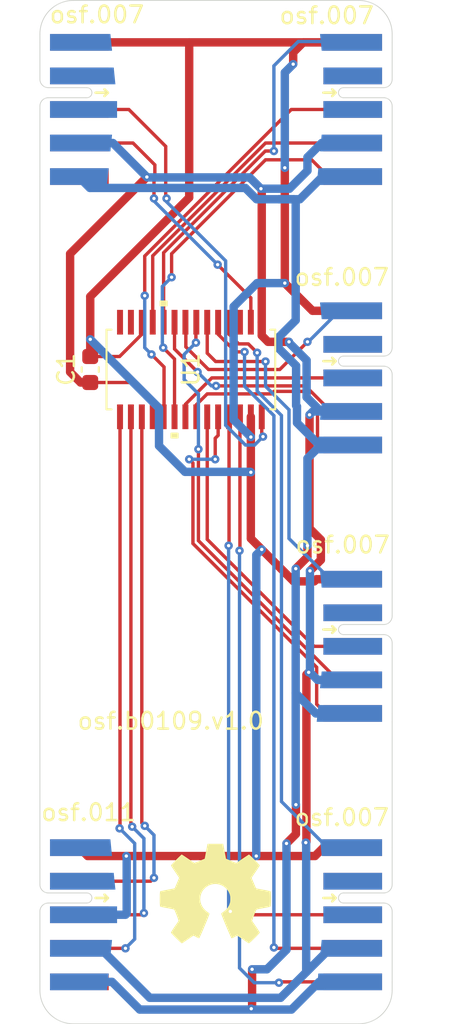
<source format=kicad_pcb>
(kicad_pcb (version 20221018) (generator pcbnew)
  (layers (0 "F.Cu" signal) (31 "B.Cu" signal) (34 "B.Paste" user) (35 "F.Paste" user) (36 "B.SilkS" user "B.Silkscreen") (37 "F.SilkS" user "F.Silkscreen") (38 "B.Mask" user) (39 "F.Mask" user) (44 "Edge.Cuts" user))
  (net 0 "")
  (net 1 "GND")
  (net 2 "/mux/EN")
  (net 3 "/mux/DB")
  (net 5 "/mux/S8B")
  (net 6 "/mux/S7B")
  (net 7 "/mux/S6B")
  (net 8 "/mux/S5B")
  (net 9 "/mux/S4B")
  (net 10 "/mux/S3B")
  (net 11 "/mux/S2B")
  (net 12 "/mux/S1B")
  (net 15 "/mux/A2")
  (net 16 "/mux/A1")
  (net 17 "/mux/A0")
  (net 18 "/mux/S1A")
  (net 19 "/mux/S2A")
  (net 20 "/mux/S3A")
  (net 21 "/mux/S4A")
  (net 22 "/mux/S5A")
  (net 23 "/mux/S6A")
  (net 24 "/mux/S7A")
  (net 25 "/mux/S8A")
  (net 26 "/mux/DA")
  (net 27 "Net-(J1-5V)")
  (footprint "on_edge:on_edge_2x05_device" (layer "F.Cu") (at 140 96.5 -90)
    (fp_text reference "J1")
    (fp_text value "007_ADC")
    (fp_line (start -4 0) (end -1.8 0) (stroke (width 0.05)) (layer "Edge.Cuts"))
    (fp_line (start -1.3 -2.8) (end -1.3 -0.5) (stroke (width 0.05)) (layer "Edge.Cuts"))
    (fp_line (start -0.7 -0.5) (end -0.7 -2.8) (stroke (width 0.05)) (layer "Edge.Cuts"))
    (fp_line (start -0.2 0) (end 4 0) (stroke (width 0.05)) (layer "Edge.Cuts"))
    (fp_arc (start -1.3 -2.8) (mid -1 -3.1) (end -0.7 -2.8) (stroke (width 0.05)) (layer "Edge.Cuts"))
    (fp_arc (start -1.3 -0.5) (mid -1.446447 -0.146447) (end -1.8 0) (stroke (width 0.05)) (layer "Edge.Cuts"))
    (fp_arc (start -0.2 0) (mid -0.553553 -0.146447) (end -0.7 -0.5) (stroke (width 0.05)) (layer "Edge.Cuts"))
    (pad "1" smd rect (at -4 -2.35 90) (size 1 3.5) (layers "F.Cu" "F.Mask") (net 1 "GND"))
    (pad "2" smd rect (at -2 -2.35 270) (size 1 3.5) (layers "F.Cu" "F.Mask"))
    (pad "3" smd rect (at 0 -2.35 270) (size 1 3.5) (layers "F.Cu" "F.Mask") (net 26 "/mux/DA"))
    (pad "4" smd rect (at 2 -2.35 90) (size 1 3.5) (layers "F.Cu" "F.Mask") (net 3 "/mux/DB"))
    (pad "5" smd rect (at 4 -2.35 90) (size 1 3.5) (layers "F.Cu" "F.Mask"))
    (pad "6" smd custom (at -4 -2.4 270) (size 1 3.6) (layers "B.Cu" "B.Mask") (options (clearance outline) (anchor rect)) (primitives (gr_poly (pts (xy 0.5 -1.8) (xy 0.5 -1.9) (xy -0.5 -1.8)) (width 0) (fill yes))))
    (pad "7" smd custom (at -2 -2.1 270) (size 1 3) (layers "B.Cu" "B.Mask") (options (clearance outline) (anchor rect)) (primitives (gr_poly (pts (xy 0.3 -0.51) (xy 0.31 -0.62) (xy 0.33 -0.7) (xy 0.35 -0.76) (xy 0.37 -0.81) (xy 0.4 -0.86) (xy 0.44 -0.92) (xy 0.48 -0.97) (xy 0.5 -0.99) (xy 0.5 -2.4) (xy -0.5 -2.3) (xy -0.5 1.5) (xy 0.3 1.5)) (width 0) (fill yes))))
    (pad "8" smd rect (at 0 -2.6 270) (size 1 4) (layers "B.Cu" "B.Mask"))
    (pad "9" smd custom (at 2 -2.4 270) (size 1 3.6) (layers "B.Cu" "B.Mask") (net 2 "/mux/EN") (options (clearance outline) (anchor rect)) (primitives (gr_poly (pts (xy -0.5 -1.8) (xy -0.5 -1.9) (xy 0.5 -1.8)) (width 0) (fill yes))))
    (pad "10" smd custom (at 4 -2.3 270) (size 1 3.4) (layers "B.Cu" "B.Mask") (net 27 "Net-(J1-5V)") (options (clearance outline) (anchor rect)) (primitives (gr_poly (pts (xy -0.5 -1.7) (xy -0.5 -1.8) (xy 0.5 -1.7)) (width 0) (fill yes))))
  )
  (footprint "Capacitor_SMD:C_0603_1608Metric" (layer "F.Cu") (at 143 112 90)
    (fp_text reference "C1" (at 0 -1.43 90) (layer "F.SilkS"))
    (fp_text value "100nF")
    (pad "1" smd roundrect (at -0.775 0 90) (size 0.9 0.95) (layers "F.Cu" "F.Paste" "F.Mask") (net 2 "/mux/EN"))
    (pad "2" smd roundrect (at 0.775 0 90) (size 0.9 0.95) (layers "F.Cu" "F.Paste" "F.Mask") (net 1 "GND"))
  )
  (footprint "on_edge:on_edge_2x05_host" (layer "F.Cu") (at 161 128.5 -90)
    (fp_text reference "J5")
    (fp_text value "007_ADC")
    (fp_line (start -4 0) (end -1.8 0) (stroke (width 0.05)) (layer "Edge.Cuts"))
    (fp_line (start -1.3 0.5) (end -1.3 2.9) (stroke (width 0.05)) (layer "Edge.Cuts"))
    (fp_line (start -0.7 2.9) (end -0.7 0.5) (stroke (width 0.05)) (layer "Edge.Cuts"))
    (fp_line (start -0.2 0) (end 4 0) (stroke (width 0.05)) (layer "Edge.Cuts"))
    (fp_arc (start -1.8 0) (mid -1.446447 0.146447) (end -1.3 0.5) (stroke (width 0.05)) (layer "Edge.Cuts"))
    (fp_arc (start -0.7 0.5) (mid -0.553553 0.146447) (end -0.2 0) (stroke (width 0.05)) (layer "Edge.Cuts"))
    (fp_arc (start -0.7 2.9) (mid -1 3.2) (end -1.3 2.9) (stroke (width 0.05)) (layer "Edge.Cuts"))
    (pad "1" smd rect (at -4 2.35 270) (size 1 3.5) (layers "F.Cu" "F.Mask") (net 1 "GND"))
    (pad "2" smd rect (at -2 2.35 270) (size 1 3.5) (layers "F.Cu" "F.Mask"))
    (pad "3" smd rect (at 0 2.35 270) (size 1 3.5) (layers "F.Cu" "F.Mask") (net 22 "/mux/S5A"))
    (pad "4" smd rect (at 2 2.35 270) (size 1 3.5) (layers "F.Cu" "F.Mask") (net 8 "/mux/S5B"))
    (pad "5" smd rect (at 4 2.35 270) (size 1 3.5) (layers "F.Cu" "F.Mask") (net 23 "/mux/S6A"))
    (pad "6" smd custom (at -4 2.4 90) (size 1 3.6) (layers "B.Cu" "B.Mask") (net 7 "/mux/S6B") (options (clearance outline) (anchor rect)) (primitives (gr_poly (pts (xy 0.5 -1.8) (xy -0.5 -1.8) (xy 0.5 -1.9)) (width 0) (fill yes))))
    (pad "7" smd rect (at -2 2.35 90) (size 1 3.5) (layers "B.Cu" "B.Mask"))
    (pad "8" smd rect (at 0 2.35 90) (size 1 3.5) (layers "B.Cu" "B.Mask"))
    (pad "9" smd custom (at 2 2.4 90) (size 1 3.6) (layers "B.Cu" "B.Mask") (net 2 "/mux/EN") (options (clearance outline) (anchor rect)) (primitives (gr_poly (pts (xy 0.5 -1.8) (xy -0.5 -1.8) (xy -0.5 -1.9)) (width 0) (fill yes))))
    (pad "10" smd custom (at 4 2.5 90) (size 1 3.8) (layers "B.Cu" "B.Mask") (net 27 "Net-(J1-5V)") (options (clearance outline) (anchor rect)) (primitives (gr_poly (pts (xy 0.5 -1.9) (xy -0.5 -1.9) (xy -0.5 -2)) (width 0) (fill yes))))
  )
  (footprint "Symbol:OSHW-Symbol_6.7x6mm_SilkScreen" (layer "F.Cu") (at 150.45 143.25)
    (fp_text reference "LOGO1" hide)
    (fp_text value "Logo_Open_Hardware_Small" hide)
  )
  (footprint "on_edge:on_edge_2x05_host" (layer "F.Cu") (at 161 112.5 -90)
    (fp_text reference "J4")
    (fp_text value "007_ADC")
    (fp_line (start -4 0) (end -1.8 0) (stroke (width 0.05)) (layer "Edge.Cuts"))
    (fp_line (start -1.3 0.5) (end -1.3 2.9) (stroke (width 0.05)) (layer "Edge.Cuts"))
    (fp_line (start -0.7 2.9) (end -0.7 0.5) (stroke (width 0.05)) (layer "Edge.Cuts"))
    (fp_line (start -0.2 0) (end 4 0) (stroke (width 0.05)) (layer "Edge.Cuts"))
    (fp_arc (start -1.8 0) (mid -1.446447 0.146447) (end -1.3 0.5) (stroke (width 0.05)) (layer "Edge.Cuts"))
    (fp_arc (start -0.7 0.5) (mid -0.553553 0.146447) (end -0.2 0) (stroke (width 0.05)) (layer "Edge.Cuts"))
    (fp_arc (start -0.7 2.9) (mid -1 3.2) (end -1.3 2.9) (stroke (width 0.05)) (layer "Edge.Cuts"))
    (pad "1" smd rect (at -4 2.35 270) (size 1 3.5) (layers "F.Cu" "F.Mask") (net 1 "GND"))
    (pad "2" smd rect (at -2 2.35 270) (size 1 3.5) (layers "F.Cu" "F.Mask"))
    (pad "3" smd rect (at 0 2.35 270) (size 1 3.5) (layers "F.Cu" "F.Mask") (net 20 "/mux/S3A"))
    (pad "4" smd rect (at 2 2.35 270) (size 1 3.5) (layers "F.Cu" "F.Mask") (net 10 "/mux/S3B"))
    (pad "5" smd rect (at 4 2.35 270) (size 1 3.5) (layers "F.Cu" "F.Mask") (net 21 "/mux/S4A"))
    (pad "6" smd custom (at -4 2.4 90) (size 1 3.6) (layers "B.Cu" "B.Mask") (net 9 "/mux/S4B") (options (clearance outline) (anchor rect)) (primitives (gr_poly (pts (xy 0.5 -1.8) (xy -0.5 -1.8) (xy 0.5 -1.9)) (width 0) (fill yes))))
    (pad "7" smd rect (at -2 2.35 90) (size 1 3.5) (layers "B.Cu" "B.Mask"))
    (pad "8" smd rect (at 0 2.35 90) (size 1 3.5) (layers "B.Cu" "B.Mask"))
    (pad "9" smd custom (at 2 2.4 90) (size 1 3.6) (layers "B.Cu" "B.Mask") (net 2 "/mux/EN") (options (clearance outline) (anchor rect)) (primitives (gr_poly (pts (xy 0.5 -1.8) (xy -0.5 -1.8) (xy -0.5 -1.9)) (width 0) (fill yes))))
    (pad "10" smd custom (at 4 2.5 90) (size 1 3.8) (layers "B.Cu" "B.Mask") (net 27 "Net-(J1-5V)") (options (clearance outline) (anchor rect)) (primitives (gr_poly (pts (xy 0.5 -1.9) (xy -0.5 -1.9) (xy -0.5 -2)) (width 0) (fill yes))))
  )
  (footprint "b109:ADG707BRUZ-REEL7" (layer "F.Cu") (at 149 112 -90)
    (fp_text reference "U1" (at 0 0 90) (layer "F.SilkS"))
    (fp_text value "ADG707BRUZ-REEL7" hide)
    (pad "1" smd rect (at -2.8194 -4.225 270) (size 1.4732 0.3556) (layers "F.Cu" "F.Paste" "F.Mask") (net 2 "/mux/EN"))
    (pad "2" smd rect (at -2.8194 -3.574999 270) (size 1.4732 0.3556) (layers "F.Cu" "F.Paste" "F.Mask") (net 3 "/mux/DB"))
    (pad "3" smd rect (at -2.8194 -2.925 270) (size 1.4732 0.3556) (layers "F.Cu" "F.Paste" "F.Mask"))
    (pad "4" smd rect (at -2.8194 -2.274999 270) (size 1.4732 0.3556) (layers "F.Cu" "F.Paste" "F.Mask") (net 5 "/mux/S8B"))
    (pad "5" smd rect (at -2.8194 -1.625001 270) (size 1.4732 0.3556) (layers "F.Cu" "F.Paste" "F.Mask") (net 6 "/mux/S7B"))
    (pad "6" smd rect (at -2.8194 -0.974999 270) (size 1.4732 0.3556) (layers "F.Cu" "F.Paste" "F.Mask") (net 7 "/mux/S6B"))
    (pad "7" smd rect (at -2.8194 -0.325001 270) (size 1.4732 0.3556) (layers "F.Cu" "F.Paste" "F.Mask") (net 8 "/mux/S5B"))
    (pad "8" smd rect (at -2.8194 0.324998 270) (size 1.4732 0.3556) (layers "F.Cu" "F.Paste" "F.Mask") (net 9 "/mux/S4B"))
    (pad "9" smd rect (at -2.8194 0.974999 270) (size 1.4732 0.3556) (layers "F.Cu" "F.Paste" "F.Mask") (net 10 "/mux/S3B"))
    (pad "10" smd rect (at -2.8194 1.624998 270) (size 1.4732 0.3556) (layers "F.Cu" "F.Paste" "F.Mask") (net 11 "/mux/S2B"))
    (pad "11" smd rect (at -2.8194 2.274999 270) (size 1.4732 0.3556) (layers "F.Cu" "F.Paste" "F.Mask") (net 12 "/mux/S1B"))
    (pad "12" smd rect (at -2.8194 2.924998 270) (size 1.4732 0.3556) (layers "F.Cu" "F.Paste" "F.Mask") (net 1 "GND"))
    (pad "13" smd rect (at -2.8194 3.574999 270) (size 1.4732 0.3556) (layers "F.Cu" "F.Paste" "F.Mask"))
    (pad "14" smd rect (at -2.8194 4.224998 270) (size 1.4732 0.3556) (layers "F.Cu" "F.Paste" "F.Mask"))
    (pad "15" smd rect (at 2.8194 4.225 270) (size 1.4732 0.3556) (layers "F.Cu" "F.Paste" "F.Mask") (net 15 "/mux/A2"))
    (pad "16" smd rect (at 2.8194 3.574999 270) (size 1.4732 0.3556) (layers "F.Cu" "F.Paste" "F.Mask") (net 16 "/mux/A1"))
    (pad "17" smd rect (at 2.8194 2.925 270) (size 1.4732 0.3556) (layers "F.Cu" "F.Paste" "F.Mask") (net 17 "/mux/A0"))
    (pad "18" smd rect (at 2.8194 2.274999 270) (size 1.4732 0.3556) (layers "F.Cu" "F.Paste" "F.Mask") (net 2 "/mux/EN"))
    (pad "19" smd rect (at 2.8194 1.625001 270) (size 1.4732 0.3556) (layers "F.Cu" "F.Paste" "F.Mask") (net 18 "/mux/S1A"))
    (pad "20" smd rect (at 2.8194 0.974999 270) (size 1.4732 0.3556) (layers "F.Cu" "F.Paste" "F.Mask") (net 19 "/mux/S2A"))
    (pad "21" smd rect (at 2.8194 0.325001 270) (size 1.4732 0.3556) (layers "F.Cu" "F.Paste" "F.Mask") (net 20 "/mux/S3A"))
    (pad "22" smd rect (at 2.8194 -0.325001 270) (size 1.4732 0.3556) (layers "F.Cu" "F.Paste" "F.Mask") (net 21 "/mux/S4A"))
    (pad "23" smd rect (at 2.8194 -0.974999 270) (size 1.4732 0.3556) (layers "F.Cu" "F.Paste" "F.Mask") (net 22 "/mux/S5A"))
    (pad "24" smd rect (at 2.8194 -1.625001 270) (size 1.4732 0.3556) (layers "F.Cu" "F.Paste" "F.Mask") (net 23 "/mux/S6A"))
    (pad "25" smd rect (at 2.8194 -2.274999 270) (size 1.4732 0.3556) (layers "F.Cu" "F.Paste" "F.Mask") (net 24 "/mux/S7A"))
    (pad "26" smd rect (at 2.8194 -2.925 270) (size 1.4732 0.3556) (layers "F.Cu" "F.Paste" "F.Mask") (net 25 "/mux/S8A"))
    (pad "27" smd rect (at 2.8194 -3.574999 270) (size 1.4732 0.3556) (layers "F.Cu" "F.Paste" "F.Mask") (net 1 "GND"))
    (pad "28" smd rect (at 2.8194 -4.225 270) (size 1.4732 0.3556) (layers "F.Cu" "F.Paste" "F.Mask") (net 26 "/mux/DA"))
  )
  (footprint "on_edge:on_edge_2x05_device" (layer "F.Cu") (at 140 144.5 -90)
    (fp_text reference "J2")
    (fp_text value "011_GPIO")
    (fp_line (start -4 0) (end -1.8 0) (stroke (width 0.05)) (layer "Edge.Cuts"))
    (fp_line (start -1.3 -2.8) (end -1.3 -0.5) (stroke (width 0.05)) (layer "Edge.Cuts"))
    (fp_line (start -0.7 -0.5) (end -0.7 -2.8) (stroke (width 0.05)) (layer "Edge.Cuts"))
    (fp_line (start -0.2 0) (end 4 0) (stroke (width 0.05)) (layer "Edge.Cuts"))
    (fp_arc (start -1.3 -2.8) (mid -1 -3.1) (end -0.7 -2.8) (stroke (width 0.05)) (layer "Edge.Cuts"))
    (fp_arc (start -1.3 -0.5) (mid -1.446447 -0.146447) (end -1.8 0) (stroke (width 0.05)) (layer "Edge.Cuts"))
    (fp_arc (start -0.2 0) (mid -0.553553 -0.146447) (end -0.7 -0.5) (stroke (width 0.05)) (layer "Edge.Cuts"))
    (pad "1" smd rect (at -4 -2.35 90) (size 1 3.5) (layers "F.Cu" "F.Mask") (net 1 "GND"))
    (pad "2" smd rect (at -2 -2.35 270) (size 1 3.5) (layers "F.Cu" "F.Mask") (net 17 "/mux/A0"))
    (pad "3" smd rect (at 0 -2.35 270) (size 1 3.5) (layers "F.Cu" "F.Mask") (net 16 "/mux/A1"))
    (pad "4" smd rect (at 2 -2.35 90) (size 1 3.5) (layers "F.Cu" "F.Mask") (net 15 "/mux/A2"))
    (pad "5" smd rect (at 4 -2.35 90) (size 1 3.5) (layers "F.Cu" "F.Mask"))
    (pad "6" smd custom (at -4 -2.4 270) (size 1 3.6) (layers "B.Cu" "B.Mask") (options (clearance outline) (anchor rect)) (primitives (gr_poly (pts (xy 0.5 -1.8) (xy 0.5 -1.9) (xy -0.5 -1.8)) (width 0) (fill yes))))
    (pad "7" smd custom (at -2 -2.1 270) (size 1 3) (layers "B.Cu" "B.Mask") (options (clearance outline) (anchor rect)) (primitives (gr_poly (pts (xy 0.3 -0.51) (xy 0.31 -0.62) (xy 0.33 -0.7) (xy 0.35 -0.76) (xy 0.37 -0.81) (xy 0.4 -0.86) (xy 0.44 -0.92) (xy 0.48 -0.97) (xy 0.5 -0.99) (xy 0.5 -2.4) (xy -0.5 -2.3) (xy -0.5 1.5) (xy 0.3 1.5)) (width 0) (fill yes))))
    (pad "8" smd rect (at 0 -2.6 270) (size 1 4) (layers "B.Cu" "B.Mask") (net 1 "GND"))
    (pad "9" smd custom (at 2 -2.4 270) (size 1 3.6) (layers "B.Cu" "B.Mask") (net 2 "/mux/EN") (options (clearance outline) (anchor rect)) (primitives (gr_poly (pts (xy -0.5 -1.8) (xy -0.5 -1.9) (xy 0.5 -1.8)) (width 0) (fill yes))))
    (pad "10" smd custom (at 4 -2.3 270) (size 1 3.4) (layers "B.Cu" "B.Mask") (net 27 "Net-(J1-5V)") (options (clearance outline) (anchor rect)) (primitives (gr_poly (pts (xy -0.5 -1.7) (xy -0.5 -1.8) (xy 0.5 -1.7)) (width 0) (fill yes))))
  )
  (footprint "on_edge:on_edge_2x05_host" (layer "F.Cu") (at 161 144.5 -90)
    (fp_text reference "J6")
    (fp_text value "007_ADC")
    (fp_line (start -4 0) (end -1.8 0) (stroke (width 0.05)) (layer "Edge.Cuts"))
    (fp_line (start -1.3 0.5) (end -1.3 2.9) (stroke (width 0.05)) (layer "Edge.Cuts"))
    (fp_line (start -0.7 2.9) (end -0.7 0.5) (stroke (width 0.05)) (layer "Edge.Cuts"))
    (fp_line (start -0.2 0) (end 4 0) (stroke (width 0.05)) (layer "Edge.Cuts"))
    (fp_arc (start -1.8 0) (mid -1.446447 0.146447) (end -1.3 0.5) (stroke (width 0.05)) (layer "Edge.Cuts"))
    (fp_arc (start -0.7 0.5) (mid -0.553553 0.146447) (end -0.2 0) (stroke (width 0.05)) (layer "Edge.Cuts"))
    (fp_arc (start -0.7 2.9) (mid -1 3.2) (end -1.3 2.9) (stroke (width 0.05)) (layer "Edge.Cuts"))
    (pad "1" smd rect (at -4 2.35 270) (size 1 3.5) (layers "F.Cu" "F.Mask") (net 1 "GND"))
    (pad "2" smd rect (at -2 2.35 270) (size 1 3.5) (layers "F.Cu" "F.Mask"))
    (pad "3" smd rect (at 0 2.35 270) (size 1 3.5) (layers "F.Cu" "F.Mask") (net 24 "/mux/S7A"))
    (pad "4" smd rect (at 2 2.35 270) (size 1 3.5) (layers "F.Cu" "F.Mask") (net 6 "/mux/S7B"))
    (pad "5" smd rect (at 4 2.35 270) (size 1 3.5) (layers "F.Cu" "F.Mask") (net 25 "/mux/S8A"))
    (pad "6" smd custom (at -4 2.4 90) (size 1 3.6) (layers "B.Cu" "B.Mask") (net 5 "/mux/S8B") (options (clearance outline) (anchor rect)) (primitives (gr_poly (pts (xy 0.5 -1.8) (xy -0.5 -1.8) (xy 0.5 -1.9)) (width 0) (fill yes))))
    (pad "7" smd rect (at -2 2.35 90) (size 1 3.5) (layers "B.Cu" "B.Mask"))
    (pad "8" smd rect (at 0 2.35 90) (size 1 3.5) (layers "B.Cu" "B.Mask"))
    (pad "9" smd custom (at 2 2.4 90) (size 1 3.6) (layers "B.Cu" "B.Mask") (net 2 "/mux/EN") (options (clearance outline) (anchor rect)) (primitives (gr_poly (pts (xy 0.5 -1.8) (xy -0.5 -1.8) (xy -0.5 -1.9)) (width 0) (fill yes))))
    (pad "10" smd custom (at 4 2.5 90) (size 1 3.8) (layers "B.Cu" "B.Mask") (net 27 "Net-(J1-5V)") (options (clearance outline) (anchor rect)) (primitives (gr_poly (pts (xy 0.5 -1.9) (xy -0.5 -1.9) (xy -0.5 -2)) (width 0) (fill yes))))
  )
  (footprint "on_edge:on_edge_2x05_host" (layer "F.Cu") (at 161 96.5 -90)
    (fp_text reference "J3")
    (fp_text value "007_ADC")
    (fp_line (start -4 0) (end -1.8 0) (stroke (width 0.05)) (layer "Edge.Cuts"))
    (fp_line (start -1.3 0.5) (end -1.3 2.9) (stroke (width 0.05)) (layer "Edge.Cuts"))
    (fp_line (start -0.7 2.9) (end -0.7 0.5) (stroke (width 0.05)) (layer "Edge.Cuts"))
    (fp_line (start -0.2 0) (end 4 0) (stroke (width 0.05)) (layer "Edge.Cuts"))
    (fp_arc (start -1.8 0) (mid -1.446447 0.146447) (end -1.3 0.5) (stroke (width 0.05)) (layer "Edge.Cuts"))
    (fp_arc (start -0.7 0.5) (mid -0.553553 0.146447) (end -0.2 0) (stroke (width 0.05)) (layer "Edge.Cuts"))
    (fp_arc (start -0.7 2.9) (mid -1 3.2) (end -1.3 2.9) (stroke (width 0.05)) (layer "Edge.Cuts"))
    (pad "1" smd rect (at -4 2.35 270) (size 1 3.5) (layers "F.Cu" "F.Mask") (net 1 "GND"))
    (pad "2" smd rect (at -2 2.35 270) (size 1 3.5) (layers "F.Cu" "F.Mask"))
    (pad "3" smd rect (at 0 2.35 270) (size 1 3.5) (layers "F.Cu" "F.Mask") (net 18 "/mux/S1A"))
    (pad "4" smd rect (at 2 2.35 270) (size 1 3.5) (layers "F.Cu" "F.Mask") (net 12 "/mux/S1B"))
    (pad "5" smd rect (at 4 2.35 270) (size 1 3.5) (layers "F.Cu" "F.Mask") (net 19 "/mux/S2A"))
    (pad "6" smd custom (at -4 2.4 90) (size 1 3.6) (layers "B.Cu" "B.Mask") (net 11 "/mux/S2B") (options (clearance outline) (anchor rect)) (primitives (gr_poly (pts (xy 0.5 -1.8) (xy -0.5 -1.8) (xy 0.5 -1.9)) (width 0) (fill yes))))
    (pad "7" smd rect (at -2 2.35 90) (size 1 3.5) (layers "B.Cu" "B.Mask"))
    (pad "8" smd rect (at 0 2.35 90) (size 1 3.5) (layers "B.Cu" "B.Mask"))
    (pad "9" smd custom (at 2 2.4 90) (size 1 3.6) (layers "B.Cu" "B.Mask") (net 2 "/mux/EN") (options (clearance outline) (anchor rect)) (primitives (gr_poly (pts (xy 0.5 -1.8) (xy -0.5 -1.8) (xy -0.5 -1.9)) (width 0) (fill yes))))
    (pad "10" smd custom (at 4 2.5 90) (size 1 3.8) (layers "B.Cu" "B.Mask") (net 27 "Net-(J1-5V)") (options (clearance outline) (anchor rect)) (primitives (gr_poly (pts (xy 0.5 -1.9) (xy -0.5 -1.9) (xy -0.5 -2)) (width 0) (fill yes))))
  )
  (gr_line (start 161 92.5) (end 161 92) (stroke (width 0.05)) (layer "Edge.Cuts"))
  (gr_line (start 140 92) (end 140 92.5) (stroke (width 0.05)) (layer "Edge.Cuts"))
  (gr_line (start 142 90) (end 159 90) (stroke (width 0.05)) (layer "Edge.Cuts"))
  (gr_arc (start 161 149) (mid 160.414214 150.414214) (end 159 151) (stroke (width 0.05)) (layer "Edge.Cuts"))
  (gr_line (start 140 100.5) (end 140 140.5) (stroke (width 0.05)) (layer "Edge.Cuts"))
  (gr_line (start 159 151) (end 142 151) (stroke (width 0.05)) (layer "Edge.Cuts"))
  (gr_line (start 161 133) (end 161 132.5) (stroke (width 0.05)) (layer "Edge.Cuts"))
  (gr_arc (start 159 90) (mid 160.414214 90.585786) (end 161 92) (stroke (width 0.05)) (layer "Edge.Cuts"))
  (gr_line (start 140 149) (end 140 148.5) (stroke (width 0.05)) (layer "Edge.Cuts"))
  (gr_line (start 161 140.5) (end 161 133) (stroke (width 0.05)) (layer "Edge.Cuts"))
  (gr_arc (start 142 151) (mid 140.585786 150.414214) (end 140 149) (stroke (width 0.05)) (layer "Edge.Cuts"))
  (gr_arc (start 140 92) (mid 140.585786 90.585786) (end 142 90) (stroke (width 0.05)) (layer "Edge.Cuts"))
  (gr_line (start 161 124.5) (end 161 116.5) (stroke (width 0.05)) (layer "Edge.Cuts"))
  (gr_line (start 161 149) (end 161 148.5) (stroke (width 0.05)) (layer "Edge.Cuts"))
  (gr_line (start 161 108.5) (end 161 100.5) (stroke (width 0.05)) (layer "Edge.Cuts"))
  (gr_text "osf.007" (at 158 138.7) (layer "F.SilkS") (effects (font (size 1 1))))
  (gr_text "osf.b0109.v1.0" (at 147.8 132.95) (layer "F.SilkS") (effects (font (size 1 1))))
  (gr_text "osf.007" (at 157.1 90.9) (layer "F.SilkS") (effects (font (size 1 1))))
  (gr_text "osf.007" (at 143.4 90.85) (layer "F.SilkS") (effects (font (size 1 1))))
  (gr_text "osf.007" (at 158.05 122.45) (layer "F.SilkS") (effects (font (size 1 1))))
  (gr_text "osf.007" (at 158 106.5) (layer "F.SilkS") (effects (font (size 1 1))))
  (gr_text "osf.011" (at 142.9 138.4) (layer "F.SilkS") (effects (font (size 1 1))))
  (segment (start 143 107.65) (end 148.9 101.75) (width 0.5) (layer "F.Cu") (net 1))
  (segment (start 156.4 141) (end 145.15 141) (width 0.5) (layer "F.Cu") (net 1))
  (segment (start 145.15 141) (end 142.85 141) (width 0.5) (layer "F.Cu") (net 1))
  (segment (start 158.65 140.5) (end 156.9 140.5) (width 0.5) (layer "F.Cu") (net 1))
  (segment (start 152.574999 122.074999) (end 152.574999 118.124999) (width 0.5) (layer "F.Cu") (net 1))
  (segment (start 153.225 122.725) (end 152.574999 122.074999) (width 0.5) (layer "F.Cu") (net 1))
  (segment (start 143 111.225) (end 144.749001 111.225) (width 0.2) (layer "F.Cu") (net 1))
  (segment (start 146.075002 109.898999) (end 146.075002 109.1806) (width 0.2) (layer "F.Cu") (net 1))
  (segment (start 155.127 124.627) (end 153.225 122.725) (width 0.5) (layer "F.Cu") (net 1))
  (segment (start 155.1 93.1) (end 155.7 92.5) (width 0.5) (layer "F.Cu") (net 1))
  (segment (start 152.574999 116.025001) (end 152.574999 114.8194) (width 0.5) (layer "F.Cu") (net 1))
  (segment (start 156.359712 124.627) (end 155.127 124.627) (width 0.5) (layer "F.Cu") (net 1))
  (segment (start 142.85 141) (end 142.35 140.5) (width 0.5) (layer "F.Cu") (net 1))
  (segment (start 144.749001 111.225) (end 146.075002 109.898999) (width 0.2) (layer "F.Cu") (net 1))
  (segment (start 148.9 101.75) (end 148.9 92.5) (width 0.5) (layer "F.Cu") (net 1))
  (segment (start 142.35 92.5) (end 148.9 92.5) (width 0.5) (layer "F.Cu") (net 1))
  (segment (start 156.486712 124.5) (end 156.359712 124.627) (width 0.5) (layer "F.Cu") (net 1))
  (segment (start 155.7 92.5) (end 158.65 92.5) (width 0.5) (layer "F.Cu") (net 1))
  (segment (start 148.9 92.5) (end 158.65 92.5) (width 0.5) (layer "F.Cu") (net 1))
  (segment (start 143 111.225) (end 143 110.2) (width 0.5) (layer "F.Cu") (net 1))
  (segment (start 156.25 108.5) (end 158.65 108.5) (width 0.5) (layer "F.Cu") (net 1))
  (segment (start 158.65 124.5) (end 156.486712 124.5) (width 0.5) (layer "F.Cu") (net 1))
  (segment (start 143 110.2) (end 143 107.65) (width 0.5) (layer "F.Cu") (net 1))
  (segment (start 152.574999 118.124999) (end 152.574999 116.025001) (width 0.5) (layer "F.Cu") (net 1))
  (segment (start 155.1 93.8) (end 155.1 93.1) (width 0.5) (layer "F.Cu") (net 1))
  (segment (start 154.6 106.85) (end 156.25 108.5) (width 0.5) (layer "F.Cu") (net 1))
  (segment (start 156.9 140.5) (end 156.4 141) (width 0.5) (layer "F.Cu") (net 1))
  (segment (start 154.6 99.9765) (end 154.6 106.85) (width 0.5) (layer "F.Cu") (net 1))
  (via (at 155.1 93.8) (size 0.5) (drill 0.2) (layers "F.Cu" "B.Cu") (net 1))
  (via (at 143 110.2) (size 0.5) (drill 0.2) (layers "F.Cu" "B.Cu") (net 1))
  (via (at 154.6 106.85) (size 0.5) (drill 0.2) (layers "F.Cu" "B.Cu") (net 1))
  (via (at 145.15 141) (size 0.5) (drill 0.2) (layers "F.Cu" "B.Cu") (net 1))
  (via (at 152.574999 118.124999) (size 0.5) (drill 0.2) (layers "F.Cu" "B.Cu") (net 1))
  (via (at 152.9 141) (size 0.5) (drill 0.2) (layers "F.Cu" "B.Cu") (net 1))
  (via (at 153.225 122.725) (size 0.5) (drill 0.2) (layers "F.Cu" "B.Cu") (net 1))
  (via (at 154.6 99.9765) (size 0.5) (drill 0.2) (layers "F.Cu" "B.Cu") (net 1))
  (via (at 152.574999 116.025001) (size 0.5) (drill 0.2) (layers "F.Cu" "B.Cu") (net 1))
  (segment (start 145.173 144.427) (end 145.173 141.023) (width 0.5) (layer "B.Cu") (net 1))
  (segment (start 145.1 144.5) (end 145.173 144.427) (width 0.5) (layer "B.Cu") (net 1))
  (segment (start 152.9 123.05) (end 153.225 122.725) (width 0.5) (layer "B.Cu") (net 1))
  (segment (start 152.574999 118.124999) (end 152.55 118.1) (width 0.5) (layer "B.Cu") (net 1))
  (segment (start 151.55 108.25) (end 151.55 115.000002) (width 0.5) (layer "B.Cu") (net 1))
  (segment (start 151.55 115.000002) (end 152.574999 116.025001) (width 0.5) (layer "B.Cu") (net 1))
  (segment (start 152.95 106.85) (end 151.55 108.25) (width 0.5) (layer "B.Cu") (net 1))
  (segment (start 145.173 141.023) (end 145.15 141) (width 0.5) (layer "B.Cu") (net 1))
  (segment (start 152.9 141) (end 152.9 123.05) (width 0.5) (layer "B.Cu") (net 1))
  (segment (start 147.1 116.55) (end 147.1 114.3) (width 0.5) (layer "B.Cu") (net 1))
  (segment (start 154.6 94.3) (end 155.1 93.8) (width 0.5) (layer "B.Cu") (net 1))
  (segment (start 142.6 144.5) (end 145.1 144.5) (width 0.5) (layer "B.Cu") (net 1))
  (segment (start 154.6 106.85) (end 152.95 106.85) (width 0.5) (layer "B.Cu") (net 1))
  (segment (start 152.55 118.1) (end 148.65 118.1) (width 0.5) (layer "B.Cu") (net 1))
  (segment (start 154.6 99.9765) (end 154.6 94.3) (width 0.5) (layer "B.Cu") (net 1))
  (segment (start 148.65 118.1) (end 147.1 116.55) (width 0.5) (layer "B.Cu") (net 1))
  (segment (start 147.1 114.3) (end 143 110.2) (width 0.5) (layer "B.Cu") (net 1))
  (segment (start 156.75 123.35) (end 156.1 124) (width 0.5) (layer "F.Cu") (net 2))
  (segment (start 141.8 105.1) (end 146.375 100.525) (width 0.5) (layer "F.Cu") (net 2))
  (segment (start 156.75 122.15) (end 156.75 123.15) (width 0.5) (layer "F.Cu") (net 2))
  (segment (start 156.0735 114.7) (end 156.0735 121.4735) (width 0.5) (layer "F.Cu") (net 2))
  (segment (start 153.225 109.1806) (end 153.225 101.271) (width 0.5) (layer "F.Cu") (net 2))
  (segment (start 156.0735 121.4735) (end 156.75 122.15) (width 0.5) (layer "F.Cu") (net 2))
  (segment (start 153.225 101.271) (end 153.177 101.223) (width 0.5) (layer "F.Cu") (net 2))
  (segment (start 155.88929 130.18371) (end 156.023 130.05) (width 0.5) (layer "F.Cu") (net 2))
  (segment (start 155.85 140.2) (end 155.88929 140.16071) (width 0.5) (layer "F.Cu") (net 2))
  (segment (start 153.6 110.35) (end 153.225 109.975) (width 0.5) (layer "F.Cu") (net 2))
  (segment (start 155.88929 140.16071) (end 155.88929 130.18371) (width 0.5) (layer "F.Cu") (net 2))
  (segment (start 156.75 123.15) (end 156.75 123.35) (width 0.5) (layer "F.Cu") (net 2))
  (segment (start 143 112.775) (end 142.425 112.775) (width 0.5) (layer "F.Cu") (net 2))
  (segment (start 142.425 112.775) (end 141.8 112.15) (width 0.5) (layer "F.Cu") (net 2))
  (segment (start 146.725001 113.725001) (end 146.725001 114.8194) (width 0.2) (layer "F.Cu") (net 2))
  (segment (start 153.225 109.975) (end 153.225 109.1806) (width 0.5) (layer "F.Cu") (net 2))
  (segment (start 143 112.775) (end 145.775 112.775) (width 0.2) (layer "F.Cu") (net 2))
  (segment (start 145.775 112.775) (end 146.725001 113.725001) (width 0.2) (layer "F.Cu") (net 2))
  (segment (start 141.8 112.15) (end 141.8 105.1) (width 0.5) (layer "F.Cu") (net 2))
  (segment (start 154.85 110.35) (end 153.6 110.35) (width 0.5) (layer "F.Cu") (net 2))
  (via (at 156.023 130.05) (size 0.5) (drill 0.2) (layers "F.Cu" "B.Cu") (net 2))
  (via (at 156.1 124) (size 0.5) (drill 0.2) (layers "F.Cu" "B.Cu") (net 2))
  (via (at 156.0735 114.7) (size 0.5) (drill 0.2) (layers "F.Cu" "B.Cu") (net 2))
  (via (at 155.85 140.2) (size 0.5) (drill 0.2) (layers "F.Cu" "B.Cu") (net 2))
  (via (at 146.375 100.525) (size 0.5) (drill 0.2) (layers "F.Cu" "B.Cu") (net 2))
  (via (at 153.177 101.223) (size 0.5) (drill 0.2) (layers "F.Cu" "B.Cu") (net 2))
  (via (at 154.85 110.35) (size 0.5) (drill 0.2) (layers "F.Cu" "B.Cu") (net 2))
  (segment (start 155.95 99.35) (end 156.8 98.5) (width 0.5) (layer "B.Cu") (net 2))
  (segment (start 146.375 100.525) (end 146.4 100.55) (width 0.5) (layer "B.Cu") (net 2))
  (segment (start 156.75 114.5) (end 158.6 114.5) (width 0.5) (layer "B.Cu") (net 2))
  (segment (start 156.55 130.5) (end 158.6 130.5) (width 0.5) (layer "B.Cu") (net 2))
  (segment (start 146.4 100.55) (end 152.504 100.55) (width 0.5) (layer "B.Cu") (net 2))
  (segment (start 156.2735 114.5) (end 156.0735 114.7) (width 0.5) (layer "B.Cu") (net 2))
  (segment (start 155.875 147.925) (end 155.875 140.225) (width 0.5) (layer "B.Cu") (net 2))
  (segment (start 155.875 147.925) (end 157.3 146.5) (width 0.5) (layer "B.Cu") (net 2))
  (segment (start 155.9 113.65) (end 156.75 114.5) (width 0.5) (layer "B.Cu") (net 2))
  (segment (start 156.8 98.5) (end 158.6 98.5) (width 0.5) (layer "B.Cu") (net 2))
  (segment (start 142.4 146.5) (end 143.6 146.5) (width 0.5) (layer "B.Cu") (net 2))
  (segment (start 156.1 124) (end 156.1 130.05) (width 0.5) (layer "B.Cu") (net 2))
  (segment (start 155.875 140.225) (end 155.85 140.2) (width 0.5) (layer "B.Cu") (net 2))
  (segment (start 155.9 111.45) (end 155.9 113.65) (width 0.5) (layer "B.Cu") (net 2))
  (segment (start 154.85 110.35) (end 154.85 110.4) (width 0.5) (layer "B.Cu") (net 2))
  (segment (start 146.55 149.45) (end 154.35 149.45) (width 0.5) (layer "B.Cu") (net 2))
  (segment (start 142.4 98.5) (end 144.35 98.5) (width 0.5) (layer "B.Cu") (net 2))
  (segment (start 154.877 101.223) (end 155.95 100.15) (width 0.5) (layer "B.Cu") (net 2))
  (segment (start 144.35 98.5) (end 146.375 100.525) (width 0.5) (layer "B.Cu") (net 2))
  (segment (start 156.1 130.05) (end 156.55 130.5) (width 0.5) (layer "B.Cu") (net 2))
  (segment (start 154.85 110.4) (end 155.9 111.45) (width 0.5) (layer "B.Cu") (net 2))
  (segment (start 155.95 100.15) (end 155.95 99.35) (width 0.5) (layer "B.Cu") (net 2))
  (segment (start 152.504 100.55) (end 153.177 101.223) (width 0.5) (layer "B.Cu") (net 2))
  (segment (start 157.3 146.5) (end 158.6 146.5) (width 0.5) (layer "B.Cu") (net 2))
  (segment (start 154.35 149.45) (end 155.875 147.925) (width 0.5) (layer "B.Cu") (net 2))
  (segment (start 143.6 146.5) (end 146.55 149.45) (width 0.5) (layer "B.Cu") (net 2))
  (segment (start 153.177 101.223) (end 154.877 101.223) (width 0.5) (layer "B.Cu") (net 2))
  (segment (start 158.6 114.5) (end 156.2735 114.5) (width 0.5) (layer "B.Cu") (net 2))
  (segment (start 146.8 101.8035) (end 146.8 100.77458) (width 0.2) (layer "F.Cu") (net 3))
  (segment (start 145.55 98.5) (end 142.35 98.5) (width 0.2) (layer "F.Cu") (net 3))
  (segment (start 152.574999 109.1806) (end 152.574999 107.728499) (width 0.2) (layer "F.Cu") (net 3))
  (segment (start 152.574999 107.728499) (end 150.5965 105.75) (width 0.2) (layer "F.Cu") (net 3))
  (segment (start 146.852 100.72258) (end 146.852 99.802) (width 0.2) (layer "F.Cu") (net 3))
  (segment (start 146.852 99.802) (end 145.55 98.5) (width 0.2) (layer "F.Cu") (net 3))
  (segment (start 146.8 100.77458) (end 146.852 100.72258) (width 0.2) (layer "F.Cu") (net 3))
  (via (at 150.5965 105.75) (size 0.5) (drill 0.2) (layers "F.Cu" "B.Cu") (net 3))
  (via (at 146.8 101.8035) (size 0.5) (drill 0.2) (layers "F.Cu" "B.Cu") (net 3))
  (segment (start 146.8 101.9535) (end 150.5965 105.75) (width 0.2) (layer "B.Cu") (net 3))
  (segment (start 146.8 101.8035) (end 146.8 101.9535) (width 0.2) (layer "B.Cu") (net 3))
  (segment (start 151.849 110.473) (end 151.274999 109.898999) (width 0.2) (layer "F.Cu") (net 5))
  (segment (start 151.274999 109.898999) (end 151.274999 109.1806) (width 0.2) (layer "F.Cu") (net 5))
  (segment (start 152.95 111) (end 152.423 110.473) (width 0.2) (layer "F.Cu") (net 5))
  (segment (start 152.423 110.473) (end 151.849 110.473) (width 0.2) (layer "F.Cu") (net 5))
  (via (at 152.95 111) (size 0.5) (drill 0.2) (layers "F.Cu" "B.Cu") (net 5))
  (segment (start 152.95 111) (end 152.95 113.287552) (width 0.2) (layer "B.Cu") (net 5))
  (segment (start 152.95 113.287552) (end 154.4 114.737552) (width 0.2) (layer "B.Cu") (net 5))
  (segment (start 154.4 114.737552) (end 154.4 137.75) (width 0.2) (layer "B.Cu") (net 5))
  (segment (start 154.4 137.75) (end 157.15 140.5) (width 0.2) (layer "B.Cu") (net 5))
  (segment (start 157.15 140.5) (end 158.6 140.5) (width 0.2) (layer "B.Cu") (net 5))
  (segment (start 151.675999 110.95) (end 150.625001 109.899002) (width 0.2) (layer "F.Cu") (net 6))
  (segment (start 153.95 146.45) (end 154 146.5) (width 0.2) (layer "F.Cu") (net 6))
  (segment (start 150.625001 109.899002) (end 150.625001 109.1806) (width 0.2) (layer "F.Cu") (net 6))
  (segment (start 152.2 110.95) (end 151.675999 110.95) (width 0.2) (layer "F.Cu") (net 6))
  (segment (start 154 146.5) (end 158.65 146.5) (width 0.2) (layer "F.Cu") (net 6))
  (via (at 152.2 110.95) (size 0.5) (drill 0.2) (layers "F.Cu" "B.Cu") (net 6))
  (via (at 153.95 146.45) (size 0.5) (drill 0.2) (layers "F.Cu" "B.Cu") (net 6))
  (segment (start 152.2 113) (end 153.95 114.75) (width 0.2) (layer "B.Cu") (net 6))
  (segment (start 153.95 114.75) (end 153.95 146.45) (width 0.2) (layer "B.Cu") (net 6))
  (segment (start 152.2 110.95) (end 152.2 113) (width 0.2) (layer "B.Cu") (net 6))
  (segment (start 149.974999 111.024999) (end 149.974999 109.1806) (width 0.2) (layer "F.Cu") (net 7))
  (segment (start 153.45 111.5235) (end 150.4735 111.5235) (width 0.2) (layer "F.Cu") (net 7))
  (segment (start 150.4735 111.5235) (end 149.974999 111.024999) (width 0.2) (layer "F.Cu") (net 7))
  (via (at 153.45 111.5235) (size 0.5) (drill 0.2) (layers "F.Cu" "B.Cu") (net 7))
  (segment (start 154.85 114.4) (end 154.85 122.07458) (width 0.2) (layer "B.Cu") (net 7))
  (segment (start 153.45 113) (end 154.85 114.4) (width 0.2) (layer "B.Cu") (net 7))
  (segment (start 155.777 122.977) (end 157.3 124.5) (width 0.2) (layer "B.Cu") (net 7))
  (segment (start 153.45 111.5235) (end 153.45 113) (width 0.2) (layer "B.Cu") (net 7))
  (segment (start 155.75242 122.977) (end 155.777 122.977) (width 0.2) (layer "B.Cu") (net 7))
  (segment (start 154.85 122.07458) (end 155.75242 122.977) (width 0.2) (layer "B.Cu") (net 7))
  (segment (start 157.3 124.5) (end 158.6 124.5) (width 0.2) (layer "B.Cu") (net 7))
  (segment (start 149.3 110.4) (end 149.3 109.205601) (width 0.2) (layer "F.Cu") (net 8))
  (segment (start 149.3 109.205601) (end 149.325001 109.1806) (width 0.2) (layer "F.Cu") (net 8))
  (segment (start 155.2 127.95) (end 149.45 122.2) (width 0.2) (layer "F.Cu") (net 8))
  (segment (start 157.75 130.5) (end 155.2 127.95) (width 0.2) (layer "F.Cu") (net 8))
  (segment (start 149.45 122.2) (end 149.45 116.75) (width 0.2) (layer "F.Cu") (net 8))
  (segment (start 158.65 130.5) (end 157.75 130.5) (width 0.2) (layer "F.Cu") (net 8))
  (via (at 149.3 110.4) (size 0.5) (drill 0.2) (layers "F.Cu" "B.Cu") (net 8))
  (via (at 149.45 116.75) (size 0.5) (drill 0.2) (layers "F.Cu" "B.Cu") (net 8))
  (segment (start 148.6 112.6) (end 148.6 111.75) (width 0.2) (layer "B.Cu") (net 8))
  (segment (start 148.6 111.1) (end 149.3 110.4) (width 0.2) (layer "B.Cu") (net 8))
  (segment (start 149.45 113.45) (end 148.8 112.8) (width 0.2) (layer "B.Cu") (net 8))
  (segment (start 148.6 111.75) (end 148.6 111.1) (width 0.2) (layer "B.Cu") (net 8))
  (segment (start 148.8 112.8) (end 148.6 112.6) (width 0.2) (layer "B.Cu") (net 8))
  (segment (start 149.45 116.75) (end 149.45 113.45) (width 0.2) (layer "B.Cu") (net 8))
  (segment (start 148.7 110.65) (end 148.7 109.205598) (width 0.2) (layer "F.Cu") (net 9))
  (segment (start 148.7 109.205598) (end 148.675002 109.1806) (width 0.2) (layer "F.Cu") (net 9))
  (segment (start 150.05 112) (end 148.7 110.65) (width 0.2) (layer "F.Cu") (net 9))
  (segment (start 155.95 110.35) (end 154.3 112) (width 0.2) (layer "F.Cu") (net 9))
  (segment (start 154.3 112) (end 150.05 112) (width 0.2) (layer "F.Cu") (net 9))
  (via (at 155.95 110.35) (size 0.5) (drill 0.2) (layers "F.Cu" "B.Cu") (net 9))
  (segment (start 155.95 110.35) (end 156 110.35) (width 0.2) (layer "B.Cu") (net 9))
  (segment (start 157.85 108.5) (end 158.6 108.5) (width 0.2) (layer "B.Cu") (net 9))
  (segment (start 156 110.35) (end 157.85 108.5) (width 0.2) (layer "B.Cu") (net 9))
  (segment (start 149.4 112.15) (end 148.025001 110.775001) (width 0.2) (layer "F.Cu") (net 10))
  (segment (start 148.025001 110.775001) (end 148.025001 109.1806) (width 0.2) (layer "F.Cu") (net 10))
  (segment (start 156.25 113.4) (end 155.8265 112.9765) (width 0.2) (layer "F.Cu") (net 10))
  (segment (start 157.35 114.5) (end 156.25 113.4) (width 0.2) (layer "F.Cu") (net 10))
  (segment (start 155.8265 112.9765) (end 150.5 112.9765) (width 0.2) (layer "F.Cu") (net 10))
  (segment (start 158.65 114.5) (end 157.35 114.5) (width 0.2) (layer "F.Cu") (net 10))
  (via (at 149.4 112.15) (size 0.5) (drill 0.2) (layers "F.Cu" "B.Cu") (net 10))
  (via (at 150.5 112.9765) (size 0.5) (drill 0.2) (layers "F.Cu" "B.Cu") (net 10))
  (segment (start 150.5 112.9765) (end 150.2265 112.9765) (width 0.2) (layer "B.Cu") (net 10))
  (segment (start 150.2265 112.9765) (end 149.4 112.15) (width 0.2) (layer "B.Cu") (net 10))
  (segment (start 153.435948 98.9765) (end 153.95 98.9765) (width 0.2) (layer "F.Cu") (net 11))
  (segment (start 147.375002 109.1806) (end 147.375002 105.037446) (width 0.2) (layer "F.Cu") (net 11))
  (segment (start 152.556224 99.856224) (end 153.435948 98.9765) (width 0.2) (layer "F.Cu") (net 11))
  (segment (start 147.375002 105.037446) (end 152.556224 99.856224) (width 0.2) (layer "F.Cu") (net 11))
  (via (at 153.95 98.9765) (size 0.5) (drill 0.2) (layers "F.Cu" "B.Cu") (net 11))
  (segment (start 155.4 92.45) (end 158.55 92.45) (width 0.2) (layer "B.Cu") (net 11))
  (segment (start 153.95 98.9765) (end 153.95 93.9) (width 0.2) (layer "B.Cu") (net 11))
  (segment (start 158.55 92.45) (end 158.6 92.5) (width 0.2) (layer "B.Cu") (net 11))
  (segment (start 153.95 93.9) (end 155.4 92.45) (width 0.2) (layer "B.Cu") (net 11))
  (segment (start 146.725001 105.224999) (end 153.45 98.5) (width 0.2) (layer "F.Cu") (net 12))
  (segment (start 146.725001 109.1806) (end 146.725001 105.224999) (width 0.2) (layer "F.Cu") (net 12))
  (segment (start 153.45 98.5) (end 158.65 98.5) (width 0.2) (layer "F.Cu") (net 12))
  (segment (start 145.1 146.5) (end 142.35 146.5) (width 0.2) (layer "F.Cu") (net 15))
  (segment (start 144.775 114.8194) (end 144.775 139.325) (width 0.2) (layer "F.Cu") (net 15))
  (segment (start 144.775 139.325) (end 144.75 139.35) (width 0.2) (layer "F.Cu") (net 15))
  (via (at 145.1 146.5) (size 0.5) (drill 0.2) (layers "F.Cu" "B.Cu") (net 15))
  (via (at 144.75 139.35) (size 0.5) (drill 0.2) (layers "F.Cu" "B.Cu") (net 15))
  (segment (start 145.65 140.25) (end 145.65 145.95) (width 0.2) (layer "B.Cu") (net 15))
  (segment (start 144.75 139.35) (end 145.65 140.25) (width 0.2) (layer "B.Cu") (net 15))
  (segment (start 145.65 145.95) (end 145.1 146.5) (width 0.2) (layer "B.Cu") (net 15))
  (segment (start 146.1 144.5) (end 142.35 144.5) (width 0.2) (layer "F.Cu") (net 16))
  (segment (start 145.5 139.25) (end 145.425001 139.175001) (width 0.2) (layer "F.Cu") (net 16))
  (segment (start 146.2 144.4) (end 146.1 144.5) (width 0.2) (layer "F.Cu") (net 16))
  (segment (start 145.425001 139.175001) (end 145.425001 114.8194) (width 0.2) (layer "F.Cu") (net 16))
  (via (at 145.5 139.25) (size 0.5) (drill 0.2) (layers "F.Cu" "B.Cu") (net 16))
  (via (at 146.2 144.4) (size 0.5) (drill 0.2) (layers "F.Cu" "B.Cu") (net 16))
  (segment (start 146.2 144.4) (end 146.2 139.95) (width 0.2) (layer "B.Cu") (net 16))
  (segment (start 146.2 139.95) (end 145.5 139.25) (width 0.2) (layer "B.Cu") (net 16))
  (segment (start 146.8 142.3) (end 146.6 142.5) (width 0.2) (layer "F.Cu") (net 17))
  (segment (start 146.075 139.025) (end 146.25 139.2) (width 0.2) (layer "F.Cu") (net 17))
  (segment (start 146.6 142.5) (end 142.35 142.5) (width 0.2) (layer "F.Cu") (net 17))
  (segment (start 146.075 114.8194) (end 146.075 139.025) (width 0.2) (layer "F.Cu") (net 17))
  (via (at 146.8 142.3) (size 0.5) (drill 0.2) (layers "F.Cu" "B.Cu") (net 17))
  (via (at 146.25 139.2) (size 0.5) (drill 0.2) (layers "F.Cu" "B.Cu") (net 17))
  (segment (start 146.8 139.75) (end 146.8 142.3) (width 0.2) (layer "B.Cu") (net 17))
  (segment (start 146.25 139.2) (end 146.8 139.75) (width 0.2) (layer "B.Cu") (net 17))
  (segment (start 147.4 111.85) (end 147.4 114.794399) (width 0.2) (layer "F.Cu") (net 18))
  (segment (start 146.248501 105.239051) (end 146.248501 107.6) (width 0.2) (layer "F.Cu") (net 18))
  (segment (start 146.65 111.1) (end 147.4 111.85) (width 0.2) (layer "F.Cu") (net 18))
  (segment (start 154.987552 96.5) (end 148.268776 103.218776) (width 0.2) (layer "F.Cu") (net 18))
  (segment (start 147.4 114.794399) (end 147.374999 114.8194) (width 0.2) (layer "F.Cu") (net 18))
  (segment (start 158.65 96.5) (end 154.987552 96.5) (width 0.2) (layer "F.Cu") (net 18))
  (segment (start 148.268776 103.218776) (end 146.248501 105.239051) (width 0.2) (layer "F.Cu") (net 18))
  (via (at 146.248501 107.6) (size 0.5) (drill 0.2) (layers "F.Cu" "B.Cu") (net 18))
  (via (at 146.65 111.1) (size 0.5) (drill 0.2) (layers "F.Cu" "B.Cu") (net 18))
  (segment (start 146.248501 107.6) (end 146.248501 110.698501) (width 0.2) (layer "B.Cu") (net 18))
  (segment (start 146.248501 110.698501) (end 146.65 111.1) (width 0.2) (layer "B.Cu") (net 18))
  (segment (start 148.025001 111.375001) (end 148.025001 114.8194) (width 0.2) (layer "F.Cu") (net 19))
  (segment (start 153.45 99.5) (end 147.851502 105.098498) (width 0.2) (layer "F.Cu") (net 19))
  (segment (start 156.2 99.5) (end 153.45 99.5) (width 0.2) (layer "F.Cu") (net 19))
  (segment (start 157.2 100.5) (end 156.2 99.5) (width 0.2) (layer "F.Cu") (net 19))
  (segment (start 158.65 100.5) (end 157.2 100.5) (width 0.2) (layer "F.Cu") (net 19))
  (segment (start 147.35 110.7) (end 148.025001 111.375001) (width 0.2) (layer "F.Cu") (net 19))
  (segment (start 147.851502 105.098498) (end 147.851502 106.5) (width 0.2) (layer "F.Cu") (net 19))
  (via (at 147.851502 106.5) (size 0.5) (drill 0.2) (layers "F.Cu" "B.Cu") (net 19))
  (via (at 147.35 110.7) (size 0.5) (drill 0.2) (layers "F.Cu" "B.Cu") (net 19))
  (segment (start 147.3 107.05) (end 147.3 110.35) (width 0.2) (layer "B.Cu") (net 19))
  (segment (start 147.85 106.5) (end 147.35 107) (width 0.2) (layer "B.Cu") (net 19))
  (segment (start 147.35 107) (end 147.3 107.05) (width 0.2) (layer "B.Cu") (net 19))
  (segment (start 147.851502 106.5) (end 147.85 106.5) (width 0.2) (layer "B.Cu") (net 19))
  (segment (start 147.3 110.35) (end 147.3 110.65) (width 0.2) (layer "B.Cu") (net 19))
  (segment (start 147.3 110.65) (end 147.35 110.7) (width 0.2) (layer "B.Cu") (net 19))
  (segment (start 150.25 112.5) (end 148.674999 114.075001) (width 0.2) (layer "F.Cu") (net 20))
  (segment (start 148.674999 114.075001) (end 148.674999 114.8194) (width 0.2) (layer "F.Cu") (net 20))
  (segment (start 158.65 112.5) (end 150.25 112.5) (width 0.2) (layer "F.Cu") (net 20))
  (segment (start 149.972499 113.4535) (end 149.325001 114.100998) (width 0.2) (layer "F.Cu") (net 21))
  (segment (start 158.65 116.5) (end 158.55 116.4) (width 0.2) (layer "F.Cu") (net 21))
  (segment (start 156.55 114.162448) (end 155.691052 113.3035) (width 0.2) (layer "F.Cu") (net 21))
  (segment (start 156.85 116.4) (end 156.55 116.1) (width 0.2) (layer "F.Cu") (net 21))
  (segment (start 153.8 113.4535) (end 149.972499 113.4535) (width 0.2) (layer "F.Cu") (net 21))
  (segment (start 158.55 116.4) (end 156.85 116.4) (width 0.2) (layer "F.Cu") (net 21))
  (segment (start 156.55 116.1) (end 156.55 114.162448) (width 0.2) (layer "F.Cu") (net 21))
  (segment (start 149.325001 114.100998) (end 149.325001 114.8194) (width 0.2) (layer "F.Cu") (net 21))
  (segment (start 153.95 113.3035) (end 153.8 113.4535) (width 0.2) (layer "F.Cu") (net 21))
  (segment (start 155.691052 113.3035) (end 153.95 113.3035) (width 0.2) (layer "F.Cu") (net 21))
  (segment (start 149.974999 122.124999) (end 149.974999 114.8194) (width 0.2) (layer "F.Cu") (net 22))
  (segment (start 158.65 128.5) (end 156.35 128.5) (width 0.2) (layer "F.Cu") (net 22))
  (segment (start 156.35 128.5) (end 149.974999 122.124999) (width 0.2) (layer "F.Cu") (net 22))
  (segment (start 150.451499 116.098501) (end 150.625001 115.924999) (width 0.2) (layer "F.Cu") (net 23))
  (segment (start 156.5 131.95) (end 156.5 130.25) (width 0.2) (layer "F.Cu") (net 23))
  (segment (start 156.5 130.25) (end 156.5 129.75) (width 0.2) (layer "F.Cu") (net 23))
  (segment (start 157.05 132.5) (end 156.5 131.95) (width 0.2) (layer "F.Cu") (net 23))
  (segment (start 155.85 129.1) (end 149.123 122.373) (width 0.2) (layer "F.Cu") (net 23))
  (segment (start 150.451499 117.35) (end 150.451499 116.098501) (width 0.2) (layer "F.Cu") (net 23))
  (segment (start 158.65 132.5) (end 157.05 132.5) (width 0.2) (layer "F.Cu") (net 23))
  (segment (start 150.625001 115.924999) (end 150.625001 114.8194) (width 0.2) (layer "F.Cu") (net 23))
  (segment (start 156.5 129.75) (end 155.85 129.1) (width 0.2) (layer "F.Cu") (net 23))
  (segment (start 149.123 117.573) (end 148.9 117.35) (width 0.2) (layer "F.Cu") (net 23))
  (segment (start 149.123 118) (end 149.123 117.573) (width 0.2) (layer "F.Cu") (net 23))
  (segment (start 149.123 122.373) (end 149.123 118) (width 0.2) (layer "F.Cu") (net 23))
  (via (at 150.451499 117.35) (size 0.5) (drill 0.2) (layers "F.Cu" "B.Cu") (net 23))
  (via (at 148.9 117.35) (size 0.5) (drill 0.2) (layers "F.Cu" "B.Cu") (net 23))
  (segment (start 148.9 117.35) (end 150.451499 117.35) (width 0.2) (layer "B.Cu") (net 23))
  (segment (start 151.55 144.5) (end 158.65 144.5) (width 0.2) (layer "F.Cu") (net 24))
  (segment (start 151.35 144.3) (end 151.55 144.5) (width 0.2) (layer "F.Cu") (net 24))
  (segment (start 151.274999 114.8194) (end 151.274999 122.475001) (width 0.2) (layer "F.Cu") (net 24))
  (segment (start 151.274999 122.475001) (end 151.25 122.5) (width 0.2) (layer "F.Cu") (net 24))
  (via (at 151.35 144.3) (size 0.5) (drill 0.2) (layers "F.Cu" "B.Cu") (net 24))
  (via (at 151.25 122.5) (size 0.5) (drill 0.2) (layers "F.Cu" "B.Cu") (net 24))
  (segment (start 151.25 144.2) (end 151.35 144.3) (width 0.2) (layer "B.Cu") (net 24))
  (segment (start 151.25 122.5) (end 151.25 144.2) (width 0.2) (layer "B.Cu") (net 24))
  (segment (start 154.25 148.55) (end 154.3 148.5) (width 0.2) (layer "F.Cu") (net 25))
  (segment (start 154.3 148.5) (end 158.65 148.5) (width 0.2) (layer "F.Cu") (net 25))
  (segment (start 151.925 122.775) (end 151.9 122.8) (width 0.2) (layer "F.Cu") (net 25))
  (segment (start 151.925 114.8194) (end 151.925 122.775) (width 0.2) (layer "F.Cu") (net 25))
  (via (at 151.9 122.8) (size 0.5) (drill 0.2) (layers "F.Cu" "B.Cu") (net 25))
  (via (at 154.25 148.55) (size 0.5) (drill 0.2) (layers "F.Cu" "B.Cu") (net 25))
  (segment (start 151.9 122.8) (end 151.9 147.67458) (width 0.2) (layer "B.Cu") (net 25))
  (segment (start 152.77542 148.55) (end 154.25 148.55) (width 0.2) (layer "B.Cu") (net 25))
  (segment (start 151.9 147.67458) (end 152.77542 148.55) (width 0.2) (layer "B.Cu") (net 25))
  (segment (start 147.5 98.7) (end 145.3 96.5) (width 0.2) (layer "F.Cu") (net 26))
  (segment (start 145.3 96.5) (end 142.35 96.5) (width 0.2) (layer "F.Cu") (net 26))
  (segment (start 147.55 101.8035) (end 147.5 101.7535) (width 0.2) (layer "F.Cu") (net 26))
  (segment (start 153.225 115.925) (end 153.3 116) (width 0.2) (layer "F.Cu") (net 26))
  (segment (start 147.5 101.7535) (end 147.5 98.7) (width 0.2) (layer "F.Cu") (net 26))
  (segment (start 153.225 114.8194) (end 153.225 115.925) (width 0.2) (layer "F.Cu") (net 26))
  (via (at 147.55 101.8035) (size 0.5) (drill 0.2) (layers "F.Cu" "B.Cu") (net 26))
  (via (at 153.3 116) (size 0.5) (drill 0.2) (layers "F.Cu" "B.Cu") (net 26))
  (segment (start 147.55 102) (end 151.073 105.523) (width 0.2) (layer "B.Cu") (net 26))
  (segment (start 151.073 105.523) (end 151.073 115.323) (width 0.2) (layer "B.Cu") (net 26))
  (segment (start 152.252001 116.502001) (end 152.797999 116.502001) (width 0.2) (layer "B.Cu") (net 26))
  (segment (start 151.073 115.323) (end 152.252001 116.502001) (width 0.2) (layer "B.Cu") (net 26))
  (segment (start 152.797999 116.502001) (end 153.3 116) (width 0.2) (layer "B.Cu") (net 26))
  (segment (start 147.55 101.8035) (end 147.55 102) (width 0.2) (layer "B.Cu") (net 26))
  (segment (start 155.95 122.5) (end 155.95 123.1735) (width 0.5) (layer "F.Cu") (net 27))
  (segment (start 152.65 150.05) (end 152.65 147.75) (width 0.5) (layer "F.Cu") (net 27))
  (segment (start 155.26229 137.93771) (end 155.26229 139.68771) (width 0.5) (layer "F.Cu") (net 27))
  (segment (start 155.95 123.1735) (end 155.254753 123.868747) (width 0.5) (layer "F.Cu") (net 27))
  (segment (start 155.26229 139.68771) (end 154.7 140.25) (width 0.5) (layer "F.Cu") (net 27))
  (segment (start 152.6 150.1) (end 152.65 150.05) (width 0.5) (layer "F.Cu") (net 27))
  (via (at 155.254753 123.868747) (size 0.5) (drill 0.2) (layers "F.Cu" "B.Cu") (net 27))
  (via (at 155.26229 137.93771) (size 0.5) (drill 0.2) (layers "F.Cu" "B.Cu") (net 27))
  (via (at 155.95 122.5) (size 0.5) (drill 0.2) (layers "F.Cu" "B.Cu") (net 27))
  (via (at 152.65 147.75) (size 0.5) (drill 0.2) (layers "F.Cu" "B.Cu") (net 27))
  (via (at 152.6 150.1) (size 0.5) (drill 0.2) (layers "F.Cu" "B.Cu") (net 27))
  (via (at 154.7 140.25) (size 0.5) (drill 0.2) (layers "F.Cu" "B.Cu") (net 27))
  (segment (start 144.3 148.5) (end 142.3 148.5) (width 0.5) (layer "B.Cu") (net 27))
  (segment (start 154.25 101.85) (end 152.917288 101.85) (width 0.5) (layer "B.Cu") (net 27))
  (segment (start 155.25 131.3) (end 155.25 137.92542) (width 0.5) (layer "B.Cu") (net 27))
  (segment (start 154.7 140.25) (end 154.7 146.586712) (width 0.5) (layer "B.Cu") (net 27))
  (segment (start 155.327 114.20242) (end 155.273 114.14842) (width 0.5) (layer "B.Cu") (net 27))
  (segment (start 156.65 148.5) (end 158.5 148.5) (width 0.5) (layer "B.Cu") (net 27))
  (segment (start 154.223 110.723) (end 154.223 110.090288) (width 0.5) (layer "B.Cu") (net 27))
  (segment (start 155.273 114.14842) (end 155.273 111.773) (width 0.5) (layer "B.Cu") (net 27))
  (segment (start 142.977 101.177) (end 142.3 100.5) (width 0.5) (layer "B.Cu") (net 27))
  (segment (start 156.85 100.5) (end 155.5 101.85) (width 0.5) (layer "B.Cu") (net 27))
  (segment (start 155 150.15) (end 156.65 148.5) (width 0.5) (layer "B.Cu") (net 27))
  (segment (start 156.75 116.5) (end 158.5 116.5) (width 0.5) (layer "B.Cu") (net 27))
  (segment (start 155.25 131.3) (end 156.45 132.5) (width 0.5) (layer "B.Cu") (net 27))
  (segment (start 153.536712 147.75) (end 152.65 147.75) (width 0.5) (layer "B.Cu") (net 27))
  (segment (start 158.5 116.5) (end 156.65 116.5) (width 0.5) (layer "B.Cu") (net 27))
  (segment (start 155.5 101.85) (end 154.25 101.85) (width 0.5) (layer "B.Cu") (net 27))
  (segment (start 154.7 146.586712) (end 153.536712 147.75) (width 0.5) (layer "B.Cu") (net 27))
  (segment (start 155.254753 123.868747) (end 155.25 123.8735) (width 0.5) (layer "B.Cu") (net 27))
  (segment (start 155.273 111.773) (end 154.223 110.723) (width 0.5) (layer "B.Cu") (net 27))
  (segment (start 152.917288 101.85) (end 152.244288 101.177) (width 0.5) (layer "B.Cu") (net 27))
  (segment (start 156.65 116.5) (end 155.327 115.177) (width 0.5) (layer "B.Cu") (net 27))
  (segment (start 152.244288 101.177) (end 142.977 101.177) (width 0.5) (layer "B.Cu") (net 27))
  (segment (start 154.223 110.090288) (end 155.25 109.063288) (width 0.5) (layer "B.Cu") (net 27))
  (segment (start 155.25 137.92542) (end 155.26229 137.93771) (width 0.5) (layer "B.Cu") (net 27))
  (segment (start 152.6 150.1) (end 152.65 150.15) (width 0.5) (layer "B.Cu") (net 27))
  (segment (start 155.25 101.95) (end 155.15 101.85) (width 0.5) (layer "B.Cu") (net 27))
  (segment (start 152.6 150.1) (end 152.55 150.15) (width 0.5) (layer "B.Cu") (net 27))
  (segment (start 155.95 122.5) (end 155.95 117.3) (width 0.5) (layer "B.Cu") (net 27))
  (segment (start 155.25 109.063288) (end 155.25 101.95) (width 0.5) (layer "B.Cu") (net 27))
  (segment (start 152.55 150.15) (end 145.95 150.15) (width 0.5) (layer "B.Cu") (net 27))
  (segment (start 155.25 123.8735) (end 155.25 131.3) (width 0.5) (layer "B.Cu") (net 27))
  (segment (start 155.95 117.3) (end 156.75 116.5) (width 0.5) (layer "B.Cu") (net 27))
  (segment (start 145.95 150.15) (end 144.3 148.5) (width 0.5) (layer "B.Cu") (net 27))
  (segment (start 155.327 115.177) (end 155.327 114.20242) (width 0.5) (layer "B.Cu") (net 27))
  (segment (start 156.45 132.5) (end 158.5 132.5) (width 0.5) (layer "B.Cu") (net 27))
  (segment (start 155.15 101.85) (end 154.25 101.85) (width 0.5) (layer "B.Cu") (net 27))
  (segment (start 158.5 100.5) (end 156.85 100.5) (width 0.5) (layer "B.Cu") (net 27))
  (segment (start 152.65 150.15) (end 155 150.15) (width 0.5) (layer "B.Cu") (net 27))
)
</source>
